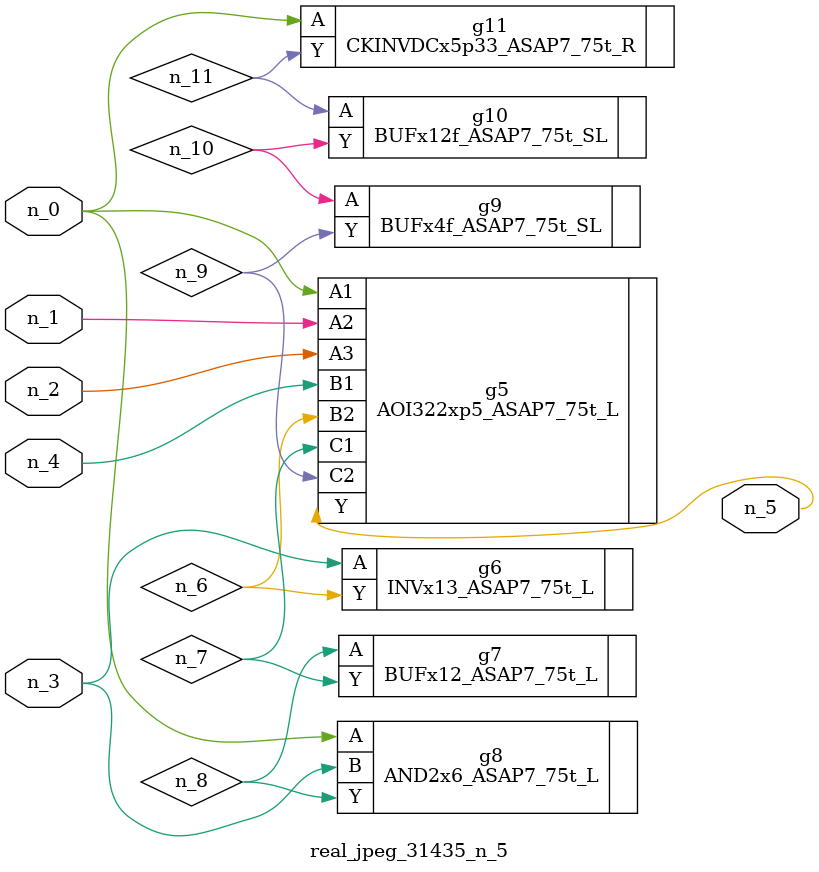
<source format=v>
module real_jpeg_31435_n_5 (n_4, n_0, n_1, n_2, n_3, n_5);

input n_4;
input n_0;
input n_1;
input n_2;
input n_3;

output n_5;

wire n_8;
wire n_11;
wire n_6;
wire n_7;
wire n_10;
wire n_9;

AOI322xp5_ASAP7_75t_L g5 ( 
.A1(n_0),
.A2(n_1),
.A3(n_2),
.B1(n_4),
.B2(n_6),
.C1(n_7),
.C2(n_9),
.Y(n_5)
);

AND2x6_ASAP7_75t_L g8 ( 
.A(n_0),
.B(n_3),
.Y(n_8)
);

CKINVDCx5p33_ASAP7_75t_R g11 ( 
.A(n_0),
.Y(n_11)
);

INVx13_ASAP7_75t_L g6 ( 
.A(n_3),
.Y(n_6)
);

BUFx12_ASAP7_75t_L g7 ( 
.A(n_8),
.Y(n_7)
);

BUFx4f_ASAP7_75t_SL g9 ( 
.A(n_10),
.Y(n_9)
);

BUFx12f_ASAP7_75t_SL g10 ( 
.A(n_11),
.Y(n_10)
);


endmodule
</source>
